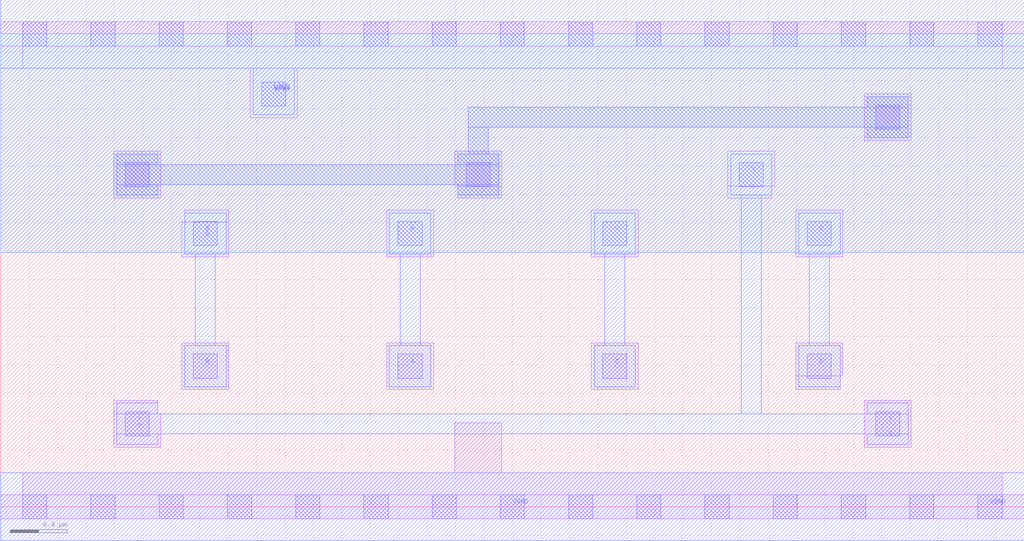
<source format=lef>
VERSION 5.7 ;
  NOWIREEXTENSIONATPIN ON ;
  DIVIDERCHAR "/" ;
  BUSBITCHARS "[]" ;
MACRO AOI22X1
  CLASS CORE ;
  FOREIGN AOI22X1 ;
  ORIGIN 0.000 0.000 ;
  SIZE 7.200 BY 3.330 ;
  SYMMETRY X Y ;
  SITE unit ;
  PIN A
    ANTENNAGATEAREA 0.189000 ;
    PORT
      LAYER met1 ;
        RECT 2.735 1.780 3.025 2.070 ;
        RECT 2.810 1.135 2.950 1.780 ;
        RECT 2.735 0.845 3.025 1.135 ;
    END
    PORT
      LAYER li1 ;
        RECT 2.715 1.760 3.045 2.090 ;
      LAYER mcon ;
        RECT 2.795 1.840 2.965 2.010 ;
    END
  END A
  PIN B
    ANTENNAGATEAREA 0.189000 ;
    PORT
      LAYER met1 ;
        RECT 1.295 1.780 1.585 2.070 ;
        RECT 1.370 1.135 1.510 1.780 ;
        RECT 1.295 0.845 1.585 1.135 ;
    END
    PORT
      LAYER li1 ;
        RECT 1.295 2.005 1.605 2.090 ;
        RECT 1.275 1.760 1.605 2.005 ;
      LAYER mcon ;
        RECT 1.355 1.840 1.525 2.010 ;
    END
  END B
  PIN C
    ANTENNAGATEAREA 0.189000 ;
    PORT
      LAYER met1 ;
        RECT 4.175 1.780 4.465 2.070 ;
        RECT 4.250 1.135 4.390 1.780 ;
        RECT 4.175 0.845 4.465 1.135 ;
    END
    PORT
      LAYER li1 ;
        RECT 4.155 1.760 4.485 2.090 ;
      LAYER mcon ;
        RECT 4.235 1.840 4.405 2.010 ;
    END
  END C
  PIN D
    ANTENNAGATEAREA 0.189000 ;
    PORT
      LAYER met1 ;
        RECT 5.615 1.780 5.905 2.070 ;
        RECT 5.690 1.135 5.830 1.780 ;
        RECT 5.615 0.845 5.905 1.135 ;
    END
    PORT
      LAYER li1 ;
        RECT 5.595 1.760 5.925 2.090 ;
      LAYER mcon ;
        RECT 5.675 1.840 5.845 2.010 ;
    END
  END D
  PIN VGND
    ANTENNADIFFAREA 0.541800 ;
    PORT
      LAYER met1 ;
        RECT 0.000 -0.240 7.200 0.240 ;
    END
    PORT
      LAYER li1 ;
        RECT 3.195 0.240 3.525 0.590 ;
        RECT 0.155 0.085 7.045 0.240 ;
        RECT 0.000 -0.085 7.200 0.085 ;
      LAYER mcon ;
        RECT 0.155 -0.085 0.325 0.085 ;
        RECT 0.635 -0.085 0.805 0.085 ;
        RECT 1.115 -0.085 1.285 0.085 ;
        RECT 1.595 -0.085 1.765 0.085 ;
        RECT 2.075 -0.085 2.245 0.085 ;
        RECT 2.555 -0.085 2.725 0.085 ;
        RECT 3.035 -0.085 3.205 0.085 ;
        RECT 3.515 -0.085 3.685 0.085 ;
        RECT 3.995 -0.085 4.165 0.085 ;
        RECT 4.475 -0.085 4.645 0.085 ;
        RECT 4.955 -0.085 5.125 0.085 ;
        RECT 5.435 -0.085 5.605 0.085 ;
        RECT 5.915 -0.085 6.085 0.085 ;
        RECT 6.395 -0.085 6.565 0.085 ;
        RECT 6.875 -0.085 7.045 0.085 ;
    END
    PORT
      LAYER met1 ;
        RECT 0.000 3.090 7.200 3.570 ;
        RECT 1.775 2.760 2.065 3.090 ;
    END
  END VGND
  PIN VPWR
    ANTENNADIFFAREA 1.083600 ;
    PORT
      LAYER li1 ;
        RECT 0.000 3.245 7.200 3.415 ;
        RECT 0.155 3.090 7.045 3.245 ;
        RECT 1.755 2.740 2.085 3.090 ;
      LAYER mcon ;
        RECT 0.155 3.245 0.325 3.415 ;
        RECT 0.635 3.245 0.805 3.415 ;
        RECT 1.115 3.245 1.285 3.415 ;
        RECT 1.595 3.245 1.765 3.415 ;
        RECT 2.075 3.245 2.245 3.415 ;
        RECT 2.555 3.245 2.725 3.415 ;
        RECT 3.035 3.245 3.205 3.415 ;
        RECT 3.515 3.245 3.685 3.415 ;
        RECT 3.995 3.245 4.165 3.415 ;
        RECT 4.475 3.245 4.645 3.415 ;
        RECT 4.955 3.245 5.125 3.415 ;
        RECT 5.435 3.245 5.605 3.415 ;
        RECT 5.915 3.245 6.085 3.415 ;
        RECT 6.395 3.245 6.565 3.415 ;
        RECT 6.875 3.245 7.045 3.415 ;
        RECT 1.835 2.820 2.005 2.990 ;
    END
  END VPWR
  PIN Y
    ANTENNADIFFAREA 1.803750 ;
    PORT
      LAYER met1 ;
        RECT 5.135 2.195 5.425 2.485 ;
        RECT 0.815 0.655 1.105 0.730 ;
        RECT 5.210 0.655 5.350 2.195 ;
        RECT 6.095 0.655 6.385 0.730 ;
        RECT 0.815 0.515 6.385 0.655 ;
        RECT 0.815 0.440 1.105 0.515 ;
        RECT 6.095 0.440 6.385 0.515 ;
    END
    PORT
      LAYER li1 ;
        RECT 6.075 0.420 6.405 0.750 ;
      LAYER mcon ;
        RECT 6.155 0.500 6.325 0.670 ;
    END
    PORT
      LAYER li1 ;
        RECT 0.795 0.655 1.105 0.750 ;
        RECT 0.795 0.420 1.125 0.655 ;
      LAYER mcon ;
        RECT 0.875 0.500 1.045 0.670 ;
    END
    PORT
      LAYER li1 ;
        RECT 5.115 2.260 5.445 2.505 ;
        RECT 5.115 2.175 5.425 2.260 ;
      LAYER mcon ;
        RECT 5.195 2.255 5.365 2.425 ;
    END
  END Y
  OBS
      LAYER nwell ;
        RECT 0.000 1.790 7.200 3.330 ;
      LAYER li1 ;
        RECT 6.075 2.580 6.405 2.910 ;
        RECT 0.795 2.175 1.125 2.505 ;
        RECT 3.195 2.260 3.525 2.505 ;
        RECT 3.215 2.175 3.525 2.260 ;
        RECT 1.275 0.825 1.605 1.155 ;
        RECT 2.715 0.825 3.045 1.155 ;
        RECT 4.155 0.825 4.485 1.155 ;
        RECT 5.595 0.920 5.925 1.155 ;
        RECT 5.595 0.825 5.905 0.920 ;
      LAYER mcon ;
        RECT 6.155 2.660 6.325 2.830 ;
        RECT 0.875 2.255 1.045 2.425 ;
        RECT 3.275 2.255 3.445 2.425 ;
        RECT 1.355 0.905 1.525 1.075 ;
        RECT 2.795 0.905 2.965 1.075 ;
        RECT 4.235 0.905 4.405 1.075 ;
        RECT 5.675 0.905 5.845 1.075 ;
      LAYER met1 ;
        RECT 6.095 2.815 6.385 2.890 ;
        RECT 3.290 2.675 6.385 2.815 ;
        RECT 3.290 2.485 3.430 2.675 ;
        RECT 6.095 2.600 6.385 2.675 ;
        RECT 0.815 2.410 1.105 2.485 ;
        RECT 3.215 2.410 3.505 2.485 ;
        RECT 0.815 2.270 3.505 2.410 ;
        RECT 0.815 2.195 1.105 2.270 ;
        RECT 3.215 2.195 3.505 2.270 ;
  END
END AOI22X1
END LIBRARY


</source>
